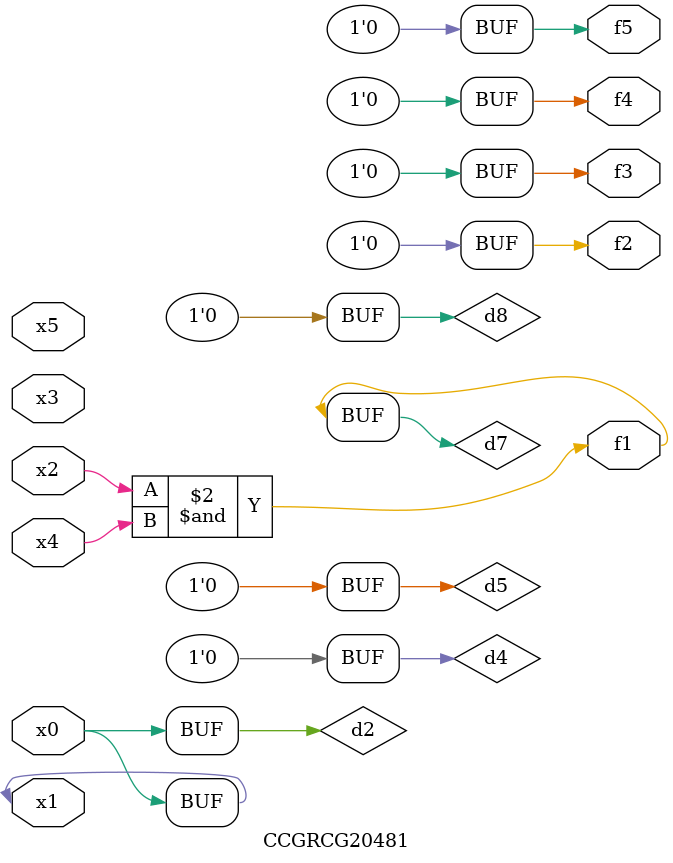
<source format=v>
module CCGRCG20481(
	input x0, x1, x2, x3, x4, x5,
	output f1, f2, f3, f4, f5
);

	wire d1, d2, d3, d4, d5, d6, d7, d8, d9;

	nand (d1, x1);
	buf (d2, x0, x1);
	nand (d3, x2, x4);
	and (d4, d1, d2);
	and (d5, d1, d2);
	nand (d6, d1, d3);
	not (d7, d3);
	xor (d8, d5);
	nor (d9, d5, d6);
	assign f1 = d7;
	assign f2 = d8;
	assign f3 = d8;
	assign f4 = d8;
	assign f5 = d8;
endmodule

</source>
